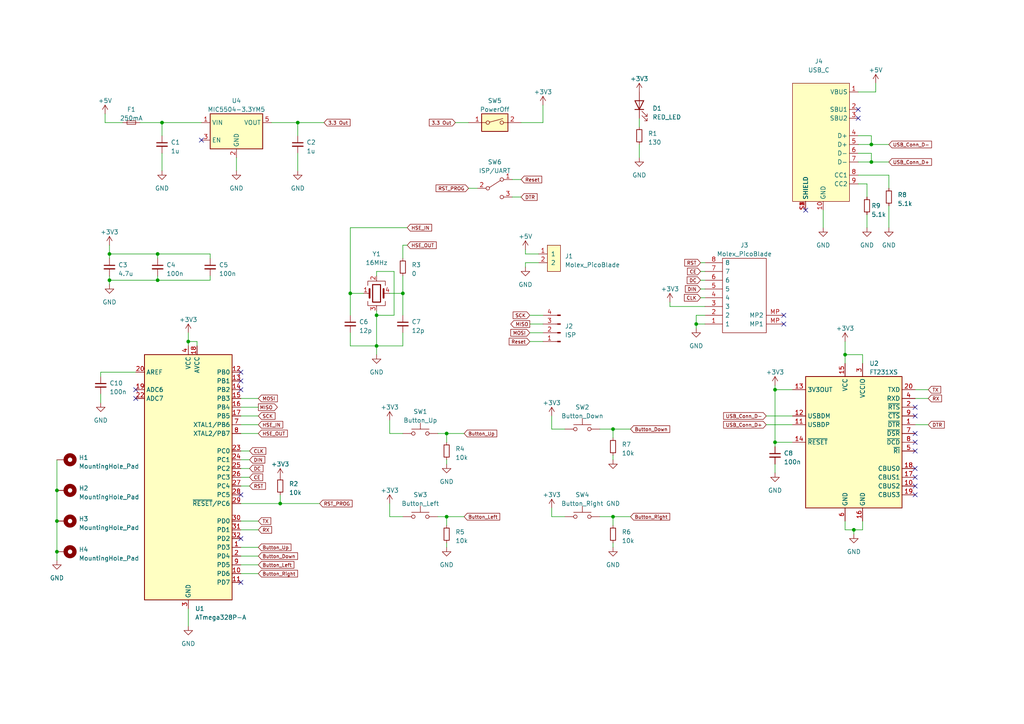
<source format=kicad_sch>
(kicad_sch (version 20230121) (generator eeschema)
  (paper "A4")
  (lib_symbols
    (symbol "Connector:Conn_01x04_Pin" (pin_names (offset 1.016) hide)
      (property "Reference" "J" (at 0 5.08 0))
      (property "Value" "Conn_01x04_Pin" (at 0 -7.62 0))
      (symbol "Conn_01x04_Pin_1_1"
        (polyline (pts (xy 1.27 -5.08) (xy 0.8636 -5.08)) (stroke (width 0.1524)))
        (polyline (pts (xy 1.27 -2.54) (xy 0.8636 -2.54)) (stroke (width 0.1524)))
        (polyline (pts (xy 1.27 0) (xy 0.8636 0)) (stroke (width 0.1524)))
        (polyline (pts (xy 1.27 2.54) (xy 0.8636 2.54)) (stroke (width 0.1524)))
        (rectangle (start 0.8636 -4.953) (end 0 -5.207) (stroke (width 0.1524)) (fill (type outline)))
        (rectangle (start 0.8636 -2.413) (end 0 -2.667) (stroke (width 0.1524)) (fill (type outline)))
        (rectangle (start 0.8636 0.127) (end 0 -0.127) (stroke (width 0.1524)) (fill (type outline)))
        (rectangle (start 0.8636 2.667) (end 0 2.413) (stroke (width 0.1524)) (fill (type outline)))
        (pin passive line (at 5.08 2.54 180) (length 3.81) (name "Pin_1") (number "1"))
        (pin passive line (at 5.08 0 180) (length 3.81) (name "Pin_2") (number "2"))
        (pin passive line (at 5.08 -2.54 180) (length 3.81) (name "Pin_3") (number "3"))
        (pin passive line (at 5.08 -5.08 180) (length 3.81) (name "Pin_4") (number "4"))
      )
    )
    (symbol "Connectors:Molex_PicoBlade_53261-0271_02x1.25mm_Angled" (pin_names (offset 1.016))
      (property "Reference" "J" (at 0 5.08 0))
      (property "Value" "Molex_PicoBlade_53261-0271_02x1.25mm_Angled" (at 1.27 -5.08 0))
      (symbol "Molex_PicoBlade_53261-0271_02x1.25mm_Angled_1_1"
        (rectangle (start -1.27 3.81) (end 2.54 -3.81) (fill (type background)))
        (pin bidirectional line (at -3.81 1.27 0) (length 2.54) (name "1") (number "1"))
        (pin bidirectional line (at -3.81 -1.27 0) (length 2.54) (name "2") (number "2"))
      )
    )
    (symbol "Connectors:Molex_PicoBlade_53261-0671_06x1.25mm_Angled" (pin_names (offset 0.762))
      (property "Reference" "J" (at 19.05 7.62 0))
      (property "Value" "Molex_PicoBlade_53261-0671_06x1.25mm_Angled" (at 19.05 5.08 0))
      (symbol "Molex_PicoBlade_53261-0671_06x1.25mm_Angled_0_0"
        (pin passive line (at 22.86 0 180) (length 5.08) (name "1") (number "1"))
        (pin passive line (at 22.86 -2.54 180) (length 5.08) (name "2") (number "2"))
        (pin passive line (at 22.86 -5.08 180) (length 5.08) (name "3") (number "3"))
        (pin passive line (at 22.86 -7.62 180) (length 5.08) (name "4") (number "4"))
        (pin passive line (at 22.86 -10.16 180) (length 5.08) (name "5") (number "5"))
        (pin passive line (at 22.86 -12.7 180) (length 5.08) (name "6") (number "6"))
        (pin passive line (at 0 0 0) (length 5.08) (name "MP1") (number "MP"))
        (pin passive line (at 0 -2.54 0) (length 5.08) (name "MP2") (number "MP"))
      )
      (symbol "Molex_PicoBlade_53261-0671_06x1.25mm_Angled_1_0"
        (pin passive line (at 22.86 -15.24 180) (length 5.08) (name "7") (number "7"))
        (pin passive line (at 22.86 -17.78 180) (length 5.08) (name "8") (number "8"))
      )
      (symbol "Molex_PicoBlade_53261-0671_06x1.25mm_Angled_1_1"
        (polyline (pts (xy 5.08 2.54) (xy 17.78 2.54) (xy 17.78 -19.05) (xy 5.08 -19.05) (xy 5.08 2.54)) (stroke (width 0.1524)))
      )
    )
    (symbol "Device:C_Small" (pin_numbers hide) (pin_names (offset 0.254) hide)
      (property "Reference" "C" (at 0.254 1.778 0))
      (property "Value" "C_Small" (at 0.254 -2.032 0))
      (symbol "C_Small_0_1"
        (polyline (pts (xy -1.524 -0.508) (xy 1.524 -0.508)) (stroke (width 0.3302)))
        (polyline (pts (xy -1.524 0.508) (xy 1.524 0.508)) (stroke (width 0.3048)))
      )
      (symbol "C_Small_1_1"
        (pin passive line (at 0 2.54 270) (length 2.032) (name "~") (number "1"))
        (pin passive line (at 0 -2.54 90) (length 2.032) (name "~") (number "2"))
      )
    )
    (symbol "Device:Crystal_GND23" (pin_names (offset 1.016) hide)
      (property "Reference" "Y" (at 3.175 5.08 0))
      (property "Value" "Crystal_GND23" (at 3.175 3.175 0))
      (symbol "Crystal_GND23_0_1"
        (rectangle (start -1.143 2.54) (end 1.143 -2.54) (stroke (width 0.3048)))
        (polyline (pts (xy -2.54 0) (xy -2.032 0)))
        (polyline (pts (xy -2.032 -1.27) (xy -2.032 1.27)) (stroke (width 0.508)))
        (polyline (pts (xy 0 -3.81) (xy 0 -3.556)))
        (polyline (pts (xy 0 3.556) (xy 0 3.81)))
        (polyline (pts (xy 2.032 -1.27) (xy 2.032 1.27)) (stroke (width 0.508)))
        (polyline (pts (xy 2.032 0) (xy 2.54 0)))
        (polyline (pts (xy -2.54 -2.286) (xy -2.54 -3.556) (xy 2.54 -3.556) (xy 2.54 -2.286)))
        (polyline (pts (xy -2.54 2.286) (xy -2.54 3.556) (xy 2.54 3.556) (xy 2.54 2.286)))
      )
      (symbol "Crystal_GND23_1_1"
        (pin passive line (at -3.81 0 0) (length 1.27) (name "1") (number "1"))
        (pin passive line (at 0 5.08 270) (length 1.27) (name "2") (number "2"))
        (pin passive line (at 0 -5.08 90) (length 1.27) (name "3") (number "3"))
        (pin passive line (at 3.81 0 180) (length 1.27) (name "4") (number "4"))
      )
    )
    (symbol "Device:Fuse_Small" (pin_numbers hide) (pin_names (offset 0.254) hide)
      (property "Reference" "F" (at 0 -1.524 0))
      (property "Value" "Fuse_Small" (at 0 1.524 0))
      (symbol "Fuse_Small_0_1"
        (rectangle (start -1.27 0.508) (end 1.27 -0.508))
        (polyline (pts (xy -1.27 0) (xy 1.27 0)))
      )
      (symbol "Fuse_Small_1_1"
        (pin passive line (at -2.54 0 0) (length 1.27) (name "~") (number "1"))
        (pin passive line (at 2.54 0 180) (length 1.27) (name "~") (number "2"))
      )
    )
    (symbol "Device:LED" (pin_numbers hide) (pin_names (offset 1.016) hide)
      (property "Reference" "D" (at 0 2.54 0))
      (property "Value" "LED" (at 0 -2.54 0))
      (symbol "LED_0_1"
        (polyline (pts (xy -1.27 -1.27) (xy -1.27 1.27)) (stroke (width 0.254)))
        (polyline (pts (xy -1.27 0) (xy 1.27 0)))
        (polyline (pts (xy 1.27 -1.27) (xy 1.27 1.27) (xy -1.27 0) (xy 1.27 -1.27)) (stroke (width 0.254)))
        (polyline (pts (xy -3.048 -0.762) (xy -4.572 -2.286) (xy -3.81 -2.286) (xy -4.572 -2.286) (xy -4.572 -1.524)))
        (polyline (pts (xy -1.778 -0.762) (xy -3.302 -2.286) (xy -2.54 -2.286) (xy -3.302 -2.286) (xy -3.302 -1.524)))
      )
      (symbol "LED_1_1"
        (pin passive line (at -3.81 0 0) (length 2.54) (name "K") (number "1"))
        (pin passive line (at 3.81 0 180) (length 2.54) (name "A") (number "2"))
      )
    )
    (symbol "Device:R_Small" (pin_numbers hide) (pin_names (offset 0.254) hide)
      (property "Reference" "R" (at 0.762 0.508 0))
      (property "Value" "R_Small" (at 0.762 -1.016 0))
      (symbol "R_Small_0_1"
        (rectangle (start -0.762 1.778) (end 0.762 -1.778) (stroke (width 0.2032)))
      )
      (symbol "R_Small_1_1"
        (pin passive line (at 0 2.54 270) (length 0.762) (name "~") (number "1"))
        (pin passive line (at 0 -2.54 90) (length 0.762) (name "~") (number "2"))
      )
    )
    (symbol "ECU-new-gen-rescue:216990-0003-CactuX_Connectors"
      (property "Reference" "J" (at -10.16 12.7 0))
      (property "Value" "CactuX_Connector_216990-0003" (at 22.86 12.7 0))
      (property "Description" "Molex USB Type C Receptacle" (at 21.59 -26.67 0))
      (property "Mouser" "https://cz.mouser.com/ProductDetail/Molex/216990-0003?qs=DRkmTr78QASn0GILUGAYCA%3D%3D" (at 2.54 24.13 0))
      (symbol "216990-0003-CactuX_Connectors_1_1"
        (rectangle (start -11.43 10.16) (end 5.08 -24.13) (fill (type background)))
        (pin passive line (at -13.97 7.62 0) (length 2.54) (name "VBUS") (number "1"))
        (pin passive line (at -3.81 -26.67 90) (length 2.54) (name "GND") (number "10"))
        (pin bidirectional line (at -13.97 2.54 0) (length 2.54) (name "SBU1") (number "2"))
        (pin bidirectional line (at -13.97 0 0) (length 2.54) (name "SBU2") (number "3"))
        (pin bidirectional line (at -13.97 -5.08 0) (length 2.54) (name "D+") (number "4"))
        (pin bidirectional line (at -13.97 -7.62 0) (length 2.54) (name "D+") (number "5"))
        (pin bidirectional line (at -13.97 -10.16 0) (length 2.54) (name "D-") (number "6"))
        (pin bidirectional line (at -13.97 -12.7 0) (length 2.54) (name "D-") (number "7"))
        (pin bidirectional line (at -13.97 -16.51 0) (length 2.54) (name "CC1") (number "8"))
        (pin bidirectional line (at -13.97 -19.05 0) (length 2.54) (name "CC2") (number "9"))
        (pin passive line (at 1.27 -26.67 90) (length 2.54) (name "SHIELD") (number "S1"))
        (pin passive line (at 1.27 -26.67 90) (length 2.54) (name "SHIELD") (number "S2"))
        (pin passive line (at 1.27 -26.67 90) (length 2.54) (name "SHIELD") (number "S3"))
        (pin passive line (at 1.27 -26.67 90) (length 2.54) (name "SHIELD") (number "S4"))
      )
    )
    (symbol "Interface_USB:FT231XS"
      (property "Reference" "U" (at -13.97 20.32 0))
      (property "Value" "FT231XS" (at 7.62 20.32 0))
      (symbol "FT231XS_0_1"
        (rectangle (start -13.97 19.05) (end 13.97 -19.05) (stroke (width 0.254)) (fill (type background)))
      )
      (symbol "FT231XS_1_1"
        (pin output line (at 17.78 5.08 180) (length 3.81) (name "~{DTR}") (number "1"))
        (pin bidirectional line (at 17.78 -12.7 180) (length 3.81) (name "CBUS2") (number "10"))
        (pin bidirectional line (at -17.78 5.08 0) (length 3.81) (name "USBDP") (number "11"))
        (pin bidirectional line (at -17.78 7.62 0) (length 3.81) (name "USBDM") (number "12"))
        (pin power_out line (at -17.78 15.24 0) (length 3.81) (name "3V3OUT") (number "13"))
        (pin input line (at -17.78 0 0) (length 3.81) (name "~{RESET}") (number "14"))
        (pin power_in line (at -2.54 22.86 270) (length 3.81) (name "VCC") (number "15"))
        (pin power_in line (at 2.54 -22.86 90) (length 3.81) (name "GND") (number "16"))
        (pin bidirectional line (at 17.78 -10.16 180) (length 3.81) (name "CBUS1") (number "17"))
        (pin bidirectional line (at 17.78 -7.62 180) (length 3.81) (name "CBUS0") (number "18"))
        (pin bidirectional line (at 17.78 -15.24 180) (length 3.81) (name "CBUS3") (number "19"))
        (pin output line (at 17.78 10.16 180) (length 3.81) (name "~{RTS}") (number "2"))
        (pin output line (at 17.78 15.24 180) (length 3.81) (name "TXD") (number "20"))
        (pin power_in line (at 2.54 22.86 270) (length 3.81) (name "VCCIO") (number "3"))
        (pin input line (at 17.78 12.7 180) (length 3.81) (name "RXD") (number "4"))
        (pin input line (at 17.78 -2.54 180) (length 3.81) (name "~{RI}") (number "5"))
        (pin power_in line (at -2.54 -22.86 90) (length 3.81) (name "GND") (number "6"))
        (pin input line (at 17.78 2.54 180) (length 3.81) (name "~{DSR}") (number "7"))
        (pin input line (at 17.78 0 180) (length 3.81) (name "~{DCD}") (number "8"))
        (pin input line (at 17.78 7.62 180) (length 3.81) (name "~{CTS}") (number "9"))
      )
    )
    (symbol "MCU_Microchip_ATmega:ATmega328P-A"
      (property "Reference" "U" (at -12.7 36.83 0))
      (property "Value" "ATmega328P-A" (at 2.54 -36.83 0))
      (symbol "ATmega328P-A_0_1"
        (rectangle (start -12.7 -35.56) (end 12.7 35.56) (stroke (width 0.254)) (fill (type background)))
      )
      (symbol "ATmega328P-A_1_1"
        (pin bidirectional line (at 15.24 -20.32 180) (length 2.54) (name "PD3") (number "1"))
        (pin bidirectional line (at 15.24 -27.94 180) (length 2.54) (name "PD6") (number "10"))
        (pin bidirectional line (at 15.24 -30.48 180) (length 2.54) (name "PD7") (number "11"))
        (pin bidirectional line (at 15.24 30.48 180) (length 2.54) (name "PB0") (number "12"))
        (pin bidirectional line (at 15.24 27.94 180) (length 2.54) (name "PB1") (number "13"))
        (pin bidirectional line (at 15.24 25.4 180) (length 2.54) (name "PB2") (number "14"))
        (pin bidirectional line (at 15.24 22.86 180) (length 2.54) (name "PB3") (number "15"))
        (pin bidirectional line (at 15.24 20.32 180) (length 2.54) (name "PB4") (number "16"))
        (pin bidirectional line (at 15.24 17.78 180) (length 2.54) (name "PB5") (number "17"))
        (pin power_in line (at 2.54 38.1 270) (length 2.54) (name "AVCC") (number "18"))
        (pin input line (at -15.24 25.4 0) (length 2.54) (name "ADC6") (number "19"))
        (pin bidirectional line (at 15.24 -22.86 180) (length 2.54) (name "PD4") (number "2"))
        (pin passive line (at -15.24 30.48 0) (length 2.54) (name "AREF") (number "20"))
        (pin passive line (at 0 -38.1 90) (length 2.54) hide (name "GND") (number "21"))
        (pin input line (at -15.24 22.86 0) (length 2.54) (name "ADC7") (number "22"))
        (pin bidirectional line (at 15.24 7.62 180) (length 2.54) (name "PC0") (number "23"))
        (pin bidirectional line (at 15.24 5.08 180) (length 2.54) (name "PC1") (number "24"))
        (pin bidirectional line (at 15.24 2.54 180) (length 2.54) (name "PC2") (number "25"))
        (pin bidirectional line (at 15.24 0 180) (length 2.54) (name "PC3") (number "26"))
        (pin bidirectional line (at 15.24 -2.54 180) (length 2.54) (name "PC4") (number "27"))
        (pin bidirectional line (at 15.24 -5.08 180) (length 2.54) (name "PC5") (number "28"))
        (pin bidirectional line (at 15.24 -7.62 180) (length 2.54) (name "~{RESET}/PC6") (number "29"))
        (pin power_in line (at 0 -38.1 90) (length 2.54) (name "GND") (number "3"))
        (pin bidirectional line (at 15.24 -12.7 180) (length 2.54) (name "PD0") (number "30"))
        (pin bidirectional line (at 15.24 -15.24 180) (length 2.54) (name "PD1") (number "31"))
        (pin bidirectional line (at 15.24 -17.78 180) (length 2.54) (name "PD2") (number "32"))
        (pin power_in line (at 0 38.1 270) (length 2.54) (name "VCC") (number "4"))
        (pin passive line (at 0 -38.1 90) (length 2.54) hide (name "GND") (number "5"))
        (pin passive line (at 0 38.1 270) (length 2.54) hide (name "VCC") (number "6"))
        (pin bidirectional line (at 15.24 15.24 180) (length 2.54) (name "XTAL1/PB6") (number "7"))
        (pin bidirectional line (at 15.24 12.7 180) (length 2.54) (name "XTAL2/PB7") (number "8"))
        (pin bidirectional line (at 15.24 -25.4 180) (length 2.54) (name "PD5") (number "9"))
      )
    )
    (symbol "Mechanical:MountingHole_Pad" (pin_numbers hide) (pin_names (offset 1.016) hide)
      (property "Reference" "H" (at 0 6.35 0))
      (property "Value" "MountingHole_Pad" (at 0 4.445 0))
      (symbol "MountingHole_Pad_0_1"
        (circle (center 0 1.27) (radius 1.27) (stroke (width 1.27)))
      )
      (symbol "MountingHole_Pad_1_1"
        (pin input line (at 0 -2.54 90) (length 2.54) (name "1") (number "1"))
      )
    )
    (symbol "Regulator_Linear:MIC5504-3.3YM5"
      (property "Reference" "U" (at -7.62 8.89 0))
      (property "Value" "MIC5504-3.3YM5" (at -7.62 6.35 0))
      (symbol "MIC5504-3.3YM5_0_1"
        (rectangle (start -7.62 -5.08) (end 7.62 5.08) (stroke (width 0.254)) (fill (type background)))
      )
      (symbol "MIC5504-3.3YM5_1_1"
        (pin power_in line (at -10.16 2.54 0) (length 2.54) (name "VIN") (number "1"))
        (pin power_in line (at 0 -7.62 90) (length 2.54) (name "GND") (number "2"))
        (pin input line (at -10.16 -2.54 0) (length 2.54) (name "EN") (number "3"))
        (pin no_connect line (at 7.62 -2.54 180) (length 2.54) hide (name "NC") (number "4"))
        (pin power_out line (at 10.16 2.54 180) (length 2.54) (name "VOUT") (number "5"))
      )
    )
    (symbol "SW_Push_1" (pin_numbers hide) (pin_names (offset 1.016) hide)
      (property "Reference" "SW1" (at 0 6.35 0))
      (property "Value" "Button_Up" (at 0 3.81 0))
      (symbol "SW_Push_1_0_1"
        (circle (center -2.032 0) (radius 0.508))
        (polyline (pts (xy 0 1.27) (xy 0 3.048)))
        (polyline (pts (xy 2.54 1.27) (xy -2.54 1.27)))
        (circle (center 2.032 0) (radius 0.508))
        (pin passive line (at -5.08 0 0) (length 2.54) (name "1") (number "1"))
        (pin passive line (at 5.08 0 180) (length 2.54) (name "2") (number "2"))
      )
    )
    (symbol "Switch:SW_DIP_x01" (pin_names (offset 0) hide)
      (property "Reference" "SW" (at 0 3.81 0))
      (property "Value" "SW_DIP_x01" (at 0 -3.81 0))
      (symbol "SW_DIP_x01_0_0"
        (circle (center -2.032 0) (radius 0.508))
        (polyline (pts (xy -1.524 0.127) (xy 2.3622 1.1684)))
        (circle (center 2.032 0) (radius 0.508))
      )
      (symbol "SW_DIP_x01_0_1"
        (rectangle (start -3.81 2.54) (end 3.81 -2.54) (stroke (width 0.254)) (fill (type background)))
      )
      (symbol "SW_DIP_x01_1_1"
        (pin passive line (at -7.62 0 0) (length 5.08) (name "~") (number "1"))
        (pin passive line (at 7.62 0 180) (length 5.08) (name "~") (number "2"))
      )
    )
    (symbol "Switch:SW_Push" (pin_numbers hide) (pin_names (offset 1.016) hide)
      (property "Reference" "SW" (at 1.27 2.54 0))
      (property "Value" "SW_Push" (at 0 -1.524 0))
      (symbol "SW_Push_0_1"
        (circle (center -2.032 0) (radius 0.508))
        (polyline (pts (xy 0 1.27) (xy 0 3.048)))
        (polyline (pts (xy 2.54 1.27) (xy -2.54 1.27)))
        (circle (center 2.032 0) (radius 0.508))
        (pin passive line (at -5.08 0 0) (length 2.54) (name "1") (number "1"))
        (pin passive line (at 5.08 0 180) (length 2.54) (name "2") (number "2"))
      )
    )
    (symbol "Switch:SW_SPDT" (pin_names (offset 0) hide)
      (property "Reference" "SW" (at 0 4.318 0))
      (property "Value" "SW_SPDT" (at 0 -5.08 0))
      (symbol "SW_SPDT_0_0"
        (circle (center -2.032 0) (radius 0.508))
        (circle (center 2.032 -2.54) (radius 0.508))
      )
      (symbol "SW_SPDT_0_1"
        (polyline (pts (xy -1.524 0.254) (xy 1.651 2.286)))
        (circle (center 2.032 2.54) (radius 0.508))
      )
      (symbol "SW_SPDT_1_1"
        (pin passive line (at 5.08 2.54 180) (length 2.54) (name "A") (number "1"))
        (pin passive line (at -5.08 0 0) (length 2.54) (name "B") (number "2"))
        (pin passive line (at 5.08 -2.54 180) (length 2.54) (name "C") (number "3"))
      )
    )
    (symbol "power:+3.3V" (power) (pin_names (offset 0))
      (property "Value" "+3.3V" (at 0 3.556 0))
      (symbol "+3.3V_0_1"
        (polyline (pts (xy -0.762 1.27) (xy 0 2.54)))
        (polyline (pts (xy 0 0) (xy 0 2.54)))
        (polyline (pts (xy 0 2.54) (xy 0.762 1.27)))
      )
      (symbol "+3.3V_1_1"
        (pin power_in line (at 0 0 90) (length 0) hide (name "+3V3") (number "1"))
      )
    )
    (symbol "power:+5V" (power) (pin_names (offset 0))
      (property "Value" "+5V" (at 0 3.556 0))
      (symbol "+5V_0_1"
        (polyline (pts (xy -0.762 1.27) (xy 0 2.54)))
        (polyline (pts (xy 0 0) (xy 0 2.54)))
        (polyline (pts (xy 0 2.54) (xy 0.762 1.27)))
      )
      (symbol "+5V_1_1"
        (pin power_in line (at 0 0 90) (length 0) hide (name "+5V") (number "1"))
      )
    )
    (symbol "power:GND" (power) (pin_names (offset 0))
      (property "Value" "GND" (at 0 -3.81 0))
      (symbol "GND_0_1"
        (polyline (pts (xy 0 0) (xy 0 -1.27) (xy 1.27 -1.27) (xy 0 -2.54) (xy -1.27 -1.27) (xy 0 -1.27)))
      )
      (symbol "GND_1_1"
        (pin power_in line (at 0 0 270) (length 0) hide (name "GND") (number "1"))
      )
    )
  )
  (junction (at 177.8 149.86))
  (junction (at 31.75 73.66))
  (junction (at 224.79 128.27))
  (junction (at 86.36 35.56))
  (junction (at 252.73 46.99))
  (junction (at 224.79 113.03))
  (junction (at 16.51 142.24))
  (junction (at 31.75 81.28))
  (junction (at 129.54 125.73))
  (junction (at 16.51 151.13))
  (junction (at 101.6 85.09))
  (junction (at 177.8 124.46))
  (junction (at 109.22 100.33))
  (junction (at 54.61 99.06))
  (junction (at 45.72 81.28))
  (junction (at 46.99 35.56))
  (junction (at 201.93 93.98))
  (junction (at 109.22 91.44))
  (junction (at 247.65 153.67))
  (junction (at 16.51 160.02))
  (junction (at 252.73 41.91))
  (junction (at 116.84 85.09))
  (junction (at 245.11 102.87))
  (junction (at 81.28 146.05))
  (junction (at 129.54 149.86))
  (junction (at 45.72 73.66))
  (no_connect (at 69.85 113.03))
  (no_connect (at 69.85 107.95))
  (no_connect (at 69.85 143.51))
  (no_connect (at 265.43 143.51))
  (no_connect (at 265.43 118.11))
  (no_connect (at 265.43 140.97))
  (no_connect (at 69.85 110.49))
  (no_connect (at 227.33 91.44))
  (no_connect (at 265.43 128.27))
  (no_connect (at 265.43 135.89))
  (no_connect (at 233.68 60.96))
  (no_connect (at 265.43 138.43))
  (no_connect (at 265.43 120.65))
  (no_connect (at 265.43 130.81))
  (no_connect (at 248.92 34.29))
  (no_connect (at 227.33 93.98))
  (no_connect (at 69.85 168.91))
  (no_connect (at 39.37 113.03))
  (no_connect (at 265.43 125.73))
  (no_connect (at 69.85 156.21))
  (no_connect (at 58.42 40.64))
  (no_connect (at 39.37 115.57))
  (no_connect (at 248.92 31.75))
  (wire (pts (xy 250.19 153.67) (xy 250.19 151.13)))
  (wire (pts (xy 16.51 160.02) (xy 16.51 162.56)))
  (wire (pts (xy 127 149.86) (xy 129.54 149.86)))
  (wire (pts (xy 78.74 35.56) (xy 86.36 35.56)))
  (wire (pts (xy 69.85 125.73) (xy 74.93 125.73)))
  (wire (pts (xy 248.92 46.99) (xy 252.73 46.99)))
  (wire (pts (xy 113.03 146.05) (xy 113.03 149.86)))
  (wire (pts (xy 257.81 50.8) (xy 257.81 54.61)))
  (wire (pts (xy 129.54 125.73) (xy 134.62 125.73)))
  (wire (pts (xy 132.08 35.56) (xy 135.89 35.56)))
  (wire (pts (xy 129.54 125.73) (xy 129.54 128.27)))
  (wire (pts (xy 69.85 163.83) (xy 74.93 163.83)))
  (wire (pts (xy 203.2 76.2) (xy 204.47 76.2)))
  (wire (pts (xy 203.2 83.82) (xy 204.47 83.82)))
  (wire (pts (xy 69.85 120.65) (xy 74.93 120.65)))
  (wire (pts (xy 252.73 41.91) (xy 257.81 41.91)))
  (wire (pts (xy 173.99 124.46) (xy 177.8 124.46)))
  (wire (pts (xy 152.4 73.66) (xy 156.21 73.66)))
  (wire (pts (xy 251.46 53.34) (xy 251.46 57.15)))
  (wire (pts (xy 54.61 99.06) (xy 57.15 99.06)))
  (wire (pts (xy 109.22 91.44) (xy 109.22 90.17)))
  (wire (pts (xy 148.59 52.07) (xy 151.13 52.07)))
  (wire (pts (xy 129.54 149.86) (xy 129.54 152.4)))
  (wire (pts (xy 177.8 149.86) (xy 177.8 152.4)))
  (wire (pts (xy 177.8 149.86) (xy 182.88 149.86)))
  (wire (pts (xy 16.51 142.24) (xy 16.51 151.13)))
  (wire (pts (xy 265.43 115.57) (xy 269.24 115.57)))
  (wire (pts (xy 135.89 54.61) (xy 138.43 54.61)))
  (wire (pts (xy 31.75 82.55) (xy 31.75 81.28)))
  (wire (pts (xy 224.79 111.76) (xy 224.79 113.03)))
  (wire (pts (xy 86.36 35.56) (xy 93.98 35.56)))
  (wire (pts (xy 129.54 149.86) (xy 134.62 149.86)))
  (wire (pts (xy 29.21 109.22) (xy 29.21 107.95)))
  (wire (pts (xy 177.8 124.46) (xy 177.8 127)))
  (wire (pts (xy 31.75 80.01) (xy 31.75 81.28)))
  (wire (pts (xy 69.85 158.75) (xy 74.93 158.75)))
  (wire (pts (xy 116.84 71.12) (xy 118.11 71.12)))
  (wire (pts (xy 113.03 149.86) (xy 116.84 149.86)))
  (wire (pts (xy 46.99 44.45) (xy 46.99 49.53)))
  (wire (pts (xy 153.67 91.44) (xy 157.48 91.44)))
  (wire (pts (xy 101.6 66.04) (xy 118.11 66.04)))
  (wire (pts (xy 177.8 132.08) (xy 177.8 133.35)))
  (wire (pts (xy 54.61 96.52) (xy 54.61 99.06)))
  (wire (pts (xy 201.93 95.25) (xy 201.93 93.98)))
  (wire (pts (xy 251.46 62.23) (xy 251.46 66.04)))
  (wire (pts (xy 29.21 107.95) (xy 39.37 107.95)))
  (wire (pts (xy 224.79 134.62) (xy 224.79 137.16)))
  (wire (pts (xy 109.22 100.33) (xy 109.22 102.87)))
  (wire (pts (xy 224.79 128.27) (xy 224.79 129.54)))
  (wire (pts (xy 247.65 153.67) (xy 247.65 154.94)))
  (wire (pts (xy 177.8 124.46) (xy 182.88 124.46)))
  (wire (pts (xy 185.42 41.91) (xy 185.42 45.72)))
  (wire (pts (xy 194.31 88.9) (xy 204.47 88.9)))
  (wire (pts (xy 69.85 118.11) (xy 74.93 118.11)))
  (wire (pts (xy 81.28 146.05) (xy 92.71 146.05)))
  (wire (pts (xy 245.11 99.06) (xy 245.11 102.87)))
  (wire (pts (xy 114.3 91.44) (xy 109.22 91.44)))
  (wire (pts (xy 194.31 87.63) (xy 194.31 88.9)))
  (wire (pts (xy 109.22 78.74) (xy 114.3 78.74)))
  (wire (pts (xy 238.76 60.96) (xy 238.76 66.04)))
  (wire (pts (xy 160.02 120.65) (xy 160.02 124.46)))
  (wire (pts (xy 109.22 80.01) (xy 109.22 78.74)))
  (wire (pts (xy 153.67 96.52) (xy 157.48 96.52)))
  (wire (pts (xy 29.21 114.3) (xy 29.21 116.84)))
  (wire (pts (xy 252.73 46.99) (xy 257.81 46.99)))
  (wire (pts (xy 116.84 96.52) (xy 116.84 100.33)))
  (wire (pts (xy 68.58 45.72) (xy 68.58 49.53)))
  (wire (pts (xy 69.85 151.13) (xy 74.93 151.13)))
  (wire (pts (xy 245.11 151.13) (xy 245.11 153.67)))
  (wire (pts (xy 114.3 78.74) (xy 114.3 91.44)))
  (wire (pts (xy 45.72 74.93) (xy 45.72 73.66)))
  (wire (pts (xy 148.59 57.15) (xy 151.13 57.15)))
  (wire (pts (xy 69.85 166.37) (xy 74.93 166.37)))
  (wire (pts (xy 45.72 81.28) (xy 60.96 81.28)))
  (wire (pts (xy 203.2 78.74) (xy 204.47 78.74)))
  (wire (pts (xy 177.8 157.48) (xy 177.8 158.75)))
  (wire (pts (xy 248.92 50.8) (xy 257.81 50.8)))
  (wire (pts (xy 153.67 99.06) (xy 157.48 99.06)))
  (wire (pts (xy 69.85 146.05) (xy 81.28 146.05)))
  (wire (pts (xy 45.72 73.66) (xy 60.96 73.66)))
  (wire (pts (xy 245.11 153.67) (xy 247.65 153.67)))
  (wire (pts (xy 222.25 123.19) (xy 229.87 123.19)))
  (wire (pts (xy 81.28 143.51) (xy 81.28 146.05)))
  (wire (pts (xy 69.85 123.19) (xy 74.93 123.19)))
  (wire (pts (xy 60.96 73.66) (xy 60.96 74.93)))
  (wire (pts (xy 160.02 147.32) (xy 160.02 149.86)))
  (wire (pts (xy 224.79 128.27) (xy 229.87 128.27)))
  (wire (pts (xy 203.2 86.36) (xy 204.47 86.36)))
  (wire (pts (xy 152.4 76.2) (xy 152.4 77.47)))
  (wire (pts (xy 116.84 74.93) (xy 116.84 71.12)))
  (wire (pts (xy 173.99 149.86) (xy 177.8 149.86)))
  (wire (pts (xy 151.13 35.56) (xy 157.48 35.56)))
  (wire (pts (xy 113.03 121.92) (xy 113.03 125.73)))
  (wire (pts (xy 203.2 81.28) (xy 204.47 81.28)))
  (wire (pts (xy 113.03 85.09) (xy 116.84 85.09)))
  (wire (pts (xy 69.85 140.97) (xy 72.39 140.97)))
  (wire (pts (xy 60.96 81.28) (xy 60.96 80.01)))
  (wire (pts (xy 69.85 135.89) (xy 72.39 135.89)))
  (wire (pts (xy 252.73 44.45) (xy 252.73 46.99)))
  (wire (pts (xy 245.11 102.87) (xy 245.11 105.41)))
  (wire (pts (xy 156.21 76.2) (xy 152.4 76.2)))
  (wire (pts (xy 101.6 91.44) (xy 101.6 85.09)))
  (wire (pts (xy 248.92 53.34) (xy 251.46 53.34)))
  (wire (pts (xy 45.72 81.28) (xy 45.72 80.01)))
  (wire (pts (xy 69.85 115.57) (xy 74.93 115.57)))
  (wire (pts (xy 129.54 157.48) (xy 129.54 158.75)))
  (wire (pts (xy 201.93 93.98) (xy 204.47 93.98)))
  (wire (pts (xy 113.03 125.73) (xy 116.84 125.73)))
  (wire (pts (xy 254 24.13) (xy 254 26.67)))
  (wire (pts (xy 46.99 35.56) (xy 58.42 35.56)))
  (wire (pts (xy 109.22 100.33) (xy 101.6 100.33)))
  (wire (pts (xy 46.99 35.56) (xy 46.99 39.37)))
  (wire (pts (xy 30.48 33.02) (xy 30.48 35.56)))
  (wire (pts (xy 247.65 153.67) (xy 250.19 153.67)))
  (wire (pts (xy 185.42 34.29) (xy 185.42 36.83)))
  (wire (pts (xy 57.15 99.06) (xy 57.15 100.33)))
  (wire (pts (xy 86.36 44.45) (xy 86.36 49.53)))
  (wire (pts (xy 109.22 91.44) (xy 109.22 100.33)))
  (wire (pts (xy 69.85 133.35) (xy 72.39 133.35)))
  (wire (pts (xy 252.73 39.37) (xy 252.73 41.91)))
  (wire (pts (xy 116.84 85.09) (xy 116.84 91.44)))
  (wire (pts (xy 69.85 153.67) (xy 74.93 153.67)))
  (wire (pts (xy 222.25 120.65) (xy 229.87 120.65)))
  (wire (pts (xy 224.79 113.03) (xy 224.79 128.27)))
  (wire (pts (xy 54.61 176.53) (xy 54.61 181.61)))
  (wire (pts (xy 265.43 123.19) (xy 269.24 123.19)))
  (wire (pts (xy 160.02 149.86) (xy 163.83 149.86)))
  (wire (pts (xy 16.51 151.13) (xy 16.51 160.02)))
  (wire (pts (xy 201.93 91.44) (xy 201.93 93.98)))
  (wire (pts (xy 248.92 41.91) (xy 252.73 41.91)))
  (wire (pts (xy 69.85 161.29) (xy 74.93 161.29)))
  (wire (pts (xy 31.75 81.28) (xy 45.72 81.28)))
  (wire (pts (xy 30.48 35.56) (xy 35.56 35.56)))
  (wire (pts (xy 160.02 124.46) (xy 163.83 124.46)))
  (wire (pts (xy 16.51 133.35) (xy 16.51 142.24)))
  (wire (pts (xy 101.6 85.09) (xy 105.41 85.09)))
  (wire (pts (xy 248.92 26.67) (xy 254 26.67)))
  (wire (pts (xy 265.43 113.03) (xy 269.24 113.03)))
  (wire (pts (xy 69.85 130.81) (xy 72.39 130.81)))
  (wire (pts (xy 157.48 30.48) (xy 157.48 35.56)))
  (wire (pts (xy 204.47 91.44) (xy 201.93 91.44)))
  (wire (pts (xy 116.84 80.01) (xy 116.84 85.09)))
  (wire (pts (xy 54.61 99.06) (xy 54.61 100.33)))
  (wire (pts (xy 31.75 73.66) (xy 45.72 73.66)))
  (wire (pts (xy 250.19 102.87) (xy 250.19 105.41)))
  (wire (pts (xy 31.75 74.93) (xy 31.75 73.66)))
  (wire (pts (xy 248.92 44.45) (xy 252.73 44.45)))
  (wire (pts (xy 129.54 133.35) (xy 129.54 134.62)))
  (wire (pts (xy 86.36 35.56) (xy 86.36 39.37)))
  (wire (pts (xy 152.4 72.39) (xy 152.4 73.66)))
  (wire (pts (xy 257.81 59.69) (xy 257.81 66.04)))
  (wire (pts (xy 31.75 71.12) (xy 31.75 73.66)))
  (wire (pts (xy 153.67 93.98) (xy 157.48 93.98)))
  (wire (pts (xy 127 125.73) (xy 129.54 125.73)))
  (wire (pts (xy 101.6 85.09) (xy 101.6 66.04)))
  (wire (pts (xy 101.6 100.33) (xy 101.6 96.52)))
  (wire (pts (xy 116.84 100.33) (xy 109.22 100.33)))
  (wire (pts (xy 248.92 39.37) (xy 252.73 39.37)))
  (wire (pts (xy 224.79 113.03) (xy 229.87 113.03)))
  (wire (pts (xy 245.11 102.87) (xy 250.19 102.87)))
  (wire (pts (xy 40.64 35.56) (xy 46.99 35.56)))
  (wire (pts (xy 69.85 138.43) (xy 72.39 138.43)))
  (global_label "USB_Conn_D-" (shape input) (at 257.81 41.91 0) (effects (font (size 1 1))) (property "Intersheetrefs" "${INTERSHEET_REFS}" (effects hide)))
  (global_label "MISO" (shape output) (at 153.67 93.98 180) (effects (font (size 1 1))) (property "Intersheetrefs" "${INTERSHEET_REFS}" (effects hide)))
  (global_label "HSE_OUT" (shape input) (at 118.11 71.12 0) (effects (font (size 1 1))) (property "Intersheetrefs" "${INTERSHEET_REFS}" (effects hide)))
  (global_label "DC" (shape input) (at 203.2 81.28 180) (effects (font (size 1 1))) (property "Intersheetrefs" "${INTERSHEET_REFS}" (effects hide)))
  (global_label "Button_Down" (shape input) (at 74.93 161.29 0) (effects (font (size 1 1))) (property "Intersheetrefs" "${INTERSHEET_REFS}" (effects hide)))
  (global_label "RX" (shape input) (at 74.93 153.67 0) (effects (font (size 1 1))) (property "Intersheetrefs" "${INTERSHEET_REFS}" (effects hide)))
  (global_label "DTR" (shape input) (at 151.13 57.15 0) (effects (font (size 1 1))) (property "Intersheetrefs" "${INTERSHEET_REFS}" (effects hide)))
  (global_label "DIN" (shape input) (at 203.2 83.82 180) (effects (font (size 1 1))) (property "Intersheetrefs" "${INTERSHEET_REFS}" (effects hide)))
  (global_label "MOSI" (shape input) (at 74.93 115.57 0) (effects (font (size 1 1))) (property "Intersheetrefs" "${INTERSHEET_REFS}" (effects hide)))
  (global_label "DC" (shape input) (at 72.39 135.89 0) (effects (font (size 1 1))) (property "Intersheetrefs" "${INTERSHEET_REFS}" (effects hide)))
  (global_label "USB_Conn_D-" (shape input) (at 222.25 120.65 180) (effects (font (size 1 1))) (property "Intersheetrefs" "${INTERSHEET_REFS}" (effects hide)))
  (global_label "CE" (shape input) (at 203.2 78.74 180) (effects (font (size 1 1))) (property "Intersheetrefs" "${INTERSHEET_REFS}" (effects hide)))
  (global_label "HSE_IN" (shape input) (at 118.11 66.04 0) (effects (font (size 1 1))) (property "Intersheetrefs" "${INTERSHEET_REFS}" (effects hide)))
  (global_label "DTR" (shape input) (at 269.24 123.19 0) (effects (font (size 1 1))) (property "Intersheetrefs" "${INTERSHEET_REFS}" (effects hide)))
  (global_label "3.3 Out" (shape input) (at 93.98 35.56 0) (effects (font (size 1 1))) (property "Intersheetrefs" "${INTERSHEET_REFS}" (effects hide)))
  (global_label "MOSI" (shape input) (at 153.67 96.52 180) (effects (font (size 1 1))) (property "Intersheetrefs" "${INTERSHEET_REFS}" (effects hide)))
  (global_label "Button_Left" (shape input) (at 74.93 163.83 0) (effects (font (size 1 1))) (property "Intersheetrefs" "${INTERSHEET_REFS}" (effects hide)))
  (global_label "Button_Down" (shape input) (at 182.88 124.46 0) (effects (font (size 1 1))) (property "Intersheetrefs" "${INTERSHEET_REFS}" (effects hide)))
  (global_label "Button_Left" (shape input) (at 134.62 149.86 0) (effects (font (size 1 1))) (property "Intersheetrefs" "${INTERSHEET_REFS}" (effects hide)))
  (global_label "RST" (shape input) (at 72.39 140.97 0) (effects (font (size 1 1))) (property "Intersheetrefs" "${INTERSHEET_REFS}" (effects hide)))
  (global_label "CE" (shape input) (at 72.39 138.43 0) (effects (font (size 1 1))) (property "Intersheetrefs" "${INTERSHEET_REFS}" (effects hide)))
  (global_label "RST" (shape input) (at 203.2 76.2 180) (effects (font (size 1 1))) (property "Intersheetrefs" "${INTERSHEET_REFS}" (effects hide)))
  (global_label "Reset" (shape input) (at 153.67 99.06 180) (effects (font (size 1 1))) (property "Intersheetrefs" "${INTERSHEET_REFS}" (effects hide)))
  (global_label "Button_Right" (shape input) (at 182.88 149.86 0) (effects (font (size 1 1))) (property "Intersheetrefs" "${INTERSHEET_REFS}" (effects hide)))
  (global_label "3.3 Out" (shape input) (at 132.08 35.56 180) (effects (font (size 1 1))) (property "Intersheetrefs" "${INTERSHEET_REFS}" (effects hide)))
  (global_label "SCK" (shape input) (at 74.93 120.65 0) (effects (font (size 1 1))) (property "Intersheetrefs" "${INTERSHEET_REFS}" (effects hide)))
  (global_label "USB_Conn_D+" (shape input) (at 222.25 123.19 180) (effects (font (size 1 1))) (property "Intersheetrefs" "${INTERSHEET_REFS}" (effects hide)))
  (global_label "RX" (shape input) (at 269.24 115.57 0) (effects (font (size 1 1))) (property "Intersheetrefs" "${INTERSHEET_REFS}" (effects hide)))
  (global_label "TX" (shape input) (at 269.24 113.03 0) (effects (font (size 1 1))) (property "Intersheetrefs" "${INTERSHEET_REFS}" (effects hide)))
  (global_label "Button_Up" (shape input) (at 134.62 125.73 0) (effects (font (size 1 1))) (property "Intersheetrefs" "${INTERSHEET_REFS}" (effects hide)))
  (global_label "CLK" (shape input) (at 203.2 86.36 180) (effects (font (size 1 1))) (property "Intersheetrefs" "${INTERSHEET_REFS}" (effects hide)))
  (global_label "HSE_IN" (shape input) (at 74.93 123.19 0) (effects (font (size 1 1))) (property "Intersheetrefs" "${INTERSHEET_REFS}" (effects hide)))
  (global_label "USB_Conn_D+" (shape input) (at 257.81 46.99 0) (effects (font (size 1 1))) (property "Intersheetrefs" "${INTERSHEET_REFS}" (effects hide)))
  (global_label "Reset" (shape input) (at 151.13 52.07 0) (effects (font (size 1 1))) (property "Intersheetrefs" "${INTERSHEET_REFS}" (effects hide)))
  (global_label "DIN" (shape input) (at 72.39 133.35 0) (effects (font (size 1 1))) (property "Intersheetrefs" "${INTERSHEET_REFS}" (effects hide)))
  (global_label "RST_PROG" (shape input) (at 92.71 146.05 0) (effects (font (size 1 1))) (property "Intersheetrefs" "${INTERSHEET_REFS}" (effects hide)))
  (global_label "HSE_OUT" (shape input) (at 74.93 125.73 0) (effects (font (size 1 1))) (property "Intersheetrefs" "${INTERSHEET_REFS}" (effects hide)))
  (global_label "Button_Up" (shape input) (at 74.93 158.75 0) (effects (font (size 1 1))) (property "Intersheetrefs" "${INTERSHEET_REFS}" (effects hide)))
  (global_label "SCK" (shape input) (at 153.67 91.44 180) (effects (font (size 1 1))) (property "Intersheetrefs" "${INTERSHEET_REFS}" (effects hide)))
  (global_label "TX" (shape input) (at 74.93 151.13 0) (effects (font (size 1 1))) (property "Intersheetrefs" "${INTERSHEET_REFS}" (effects hide)))
  (global_label "MISO" (shape output) (at 74.93 118.11 0) (effects (font (size 1 1))) (property "Intersheetrefs" "${INTERSHEET_REFS}" (effects hide)))
  (global_label "RST_PROG" (shape input) (at 135.89 54.61 180) (effects (font (size 1 1))) (property "Intersheetrefs" "${INTERSHEET_REFS}" (effects hide)))
  (global_label "Button_Right" (shape input) (at 74.93 166.37 0) (effects (font (size 1 1))) (property "Intersheetrefs" "${INTERSHEET_REFS}" (effects hide)))
  (global_label "CLK" (shape input) (at 72.39 130.81 0) (effects (font (size 1 1))) (property "Intersheetrefs" "${INTERSHEET_REFS}" (effects hide)))
  (symbol (lib_id "power:GND") (at 54.61 181.61 0) (unit 1)
    (property "Reference" "#PWR011" (effects hide))
    (property "Value" "GND" (at 54.61 186.69 0))
  )
  (symbol (lib_id "Regulator_Linear:MIC5504-3.3YM5") (at 68.58 38.1 0) (unit 1)
    (property "Reference" "U4" (at 68.58 29.21 0))
    (property "Value" "MIC5504-3.3YM5" (at 68.58 31.75 0))
    (property "Footprint" "Package_TO_SOT_SMD:SOT-23-5" (effects hide))
    (property "Datasheet" "http://ww1.microchip.com/downloads/en/DeviceDoc/MIC550X.pdf" (effects hide))
    (property "Mouser" "https://cz.mouser.com/ProductDetail/Microchip-Technology/MIC5504-3.3YM5-TR?qs=U6T8BxXiZAUmVQ5Zs217qQ%3D%3D" (effects hide))
  )
  (symbol (lib_id "power:GND") (at 257.81 66.04 0) (unit 1)
    (property "Reference" "#PWR032" (effects hide))
    (property "Value" "GND" (at 257.81 71.12 0))
  )
  (symbol (lib_id "Switch:SW_Push") (at 121.92 149.86 0) (unit 1)
    (property "Reference" "SW3" (at 121.92 143.51 0))
    (property "Value" "Button_Left" (at 121.92 146.05 0))
    (property "Footprint" "Connectors:Tactile_switch" (effects hide))
    (property "Mouser" "https://cz.mouser.com/ProductDetail/Panasonic/EVP-BV4C1L000?qs=MyNHzdoqoQKwTvV8HYjCOw%3D%3D" (effects hide))
  )
  (symbol (lib_id "power:+3.3V") (at 113.03 121.92 0) (unit 1)
    (property "Reference" "#PWR017" (effects hide))
    (property "Value" "+3.3V" (at 113.03 118.11 0))
  )
  (symbol (lib_id "Device:C_Small") (at 101.6 93.98 0) (unit 1)
    (property "Reference" "C6" (at 104.14 93.3513 0) (effects (justify left)))
    (property "Value" "12p" (at 104.14 95.8913 0) (effects (justify left)))
    (property "Footprint" "Passives:C_0603_1608Metric" (effects hide))
    (property "Mouser" "https://cz.mouser.com/ProductDetail/KEMET/CBR06C120J5GACAUTO?qs=By6Nw2ByBD3%2FGDhEyd0ibQ%3D%3D" (effects hide))
  )
  (symbol (lib_id "Device:C_Small") (at 224.79 132.08 0) (unit 1)
    (property "Reference" "C8" (at 227.33 131.4513 0) (effects (justify left)))
    (property "Value" "100n" (at 227.33 133.9913 0) (effects (justify left)))
    (property "Footprint" "Passives:C_0603_1608Metric" (effects hide))
    (property "Mouser" "https://cz.mouser.com/ProductDetail/KEMET/C0603C104K5RAC3121?qs=oBCMsStVSxe1EkGyoyETtg%3D%3D" (effects hide))
  )
  (symbol (lib_id "Device:C_Small") (at 31.75 77.47 0) (unit 1)
    (property "Reference" "C3" (at 34.29 76.8413 0) (effects (justify left)))
    (property "Value" "4.7u" (at 34.29 79.3813 0) (effects (justify left)))
    (property "Footprint" "Passives:C_0603_1608Metric" (effects hide))
    (property "Mouser" "https://cz.mouser.com/ProductDetail/TDK/C1608X7S1A475K080AC?qs=sGAEpiMZZMsh%252B1woXyUXjxCfljjoHuZvXVuOIZN6H%252B0%3D" (effects hide))
  )
  (symbol (lib_id "power:+5V") (at 30.48 33.02 0) (unit 1)
    (property "Reference" "#PWR01" (effects hide))
    (property "Value" "+5V" (at 30.48 29.21 0))
  )
  (symbol (lib_id "power:+3.3V") (at 245.11 99.06 0) (unit 1)
    (property "Reference" "#PWR027" (effects hide))
    (property "Value" "+3.3V" (at 245.11 95.25 0))
  )
  (symbol (lib_id "power:GND") (at 46.99 49.53 0) (unit 1)
    (property "Reference" "#PWR03" (effects hide))
    (property "Value" "GND" (at 46.99 54.61 0))
  )
  (symbol (lib_id "Device:R_Small") (at 177.8 129.54 0) (unit 1)
    (property "Reference" "R7" (at 180.34 128.905 0) (effects (justify left)))
    (property "Value" "10k" (at 180.34 131.445 0) (effects (justify left)))
    (property "Footprint" "Passives:R_0603_1608Metric" (effects hide))
    (property "Mouser" "https://cz.mouser.com/ProductDetail/Panasonic/ERJ-H3EF1202V?qs=sGAEpiMZZMtlubZbdhIBIGXWvNSLmQjewG78hCCsRtw%3D" (effects hide))
  )
  (symbol (lib_id "Device:R_Small") (at 251.46 59.69 0) (unit 1)
    (property "Reference" "R9" (at 252.73 59.69 0) (effects (justify left)))
    (property "Value" "5.1k" (at 252.73 62.23 0) (effects (justify left)))
    (property "Footprint" "Passives:R_0603_1608Metric" (effects hide))
    (property "Mouser" "https://cz.mouser.com/ProductDetail/Panasonic/ERJ-UP3J512V?qs=sGAEpiMZZMtlubZbdhIBINZyO39%252BOXIfV3FRTeBOQ5s%3D" (effects hide))
  )
  (symbol (lib_id "power:+3.3V") (at 185.42 26.67 0) (unit 1)
    (property "Reference" "#PWR06" (effects hide))
    (property "Value" "+3.3V" (at 185.42 22.86 0))
  )
  (symbol (lib_id "Device:R_Small") (at 129.54 154.94 0) (unit 1)
    (property "Reference" "R5" (at 132.08 154.305 0) (effects (justify left)))
    (property "Value" "10k" (at 132.08 156.845 0) (effects (justify left)))
    (property "Footprint" "Passives:R_0603_1608Metric" (effects hide))
    (property "Mouser" "https://cz.mouser.com/ProductDetail/Panasonic/ERJ-H3EF1202V?qs=sGAEpiMZZMtlubZbdhIBIGXWvNSLmQjewG78hCCsRtw%3D" (effects hide))
  )
  (symbol (lib_id "Device:C_Small") (at 60.96 77.47 0) (unit 1)
    (property "Reference" "C5" (at 63.5 76.8413 0) (effects (justify left)))
    (property "Value" "100n" (at 63.5 79.3813 0) (effects (justify left)))
    (property "Footprint" "Passives:C_0603_1608Metric" (effects hide))
    (property "Mouser" "https://cz.mouser.com/ProductDetail/KEMET/C0603C104K5RAC3121?qs=oBCMsStVSxe1EkGyoyETtg%3D%3D" (effects hide))
  )
  (symbol (lib_id "power:GND") (at 16.51 162.56 0) (unit 1)
    (property "Reference" "#PWR030" (effects hide))
    (property "Value" "GND" (at 16.51 167.64 0))
  )
  (symbol (lib_id "Device:C_Small") (at 86.36 41.91 0) (unit 1)
    (property "Reference" "C2" (at 88.9 41.2813 0) (effects (justify left)))
    (property "Value" "1u" (at 88.9 43.8213 0) (effects (justify left)))
    (property "Footprint" "Passives:C_0603_1608Metric" (effects hide))
    (property "Mouser" "https://cz.mouser.com/ProductDetail/TDK/CGA3E1X7R1C105K080AC?qs=sGAEpiMZZMsh%252B1woXyUXj37KuThiJmV59T1luU59XfI%3D" (effects hide))
  )
  (symbol (lib_id "power:GND") (at 185.42 45.72 0) (unit 1)
    (property "Reference" "#PWR07" (effects hide))
    (property "Value" "GND" (at 185.42 50.8 0))
  )
  (symbol (lib_id "Device:R_Small") (at 185.42 39.37 0) (unit 1)
    (property "Reference" "R1" (at 187.96 38.735 0) (effects (justify left)))
    (property "Value" "130" (at 187.96 41.275 0) (effects (justify left)))
    (property "Footprint" "Passives:R_0603_1608Metric" (effects hide))
    (property "Mouser" "https://cz.mouser.com/ProductDetail/ROHM-Semiconductor/SDR03EZPD1300?qs=sGAEpiMZZMtlubZbdhIBIK8AeiPKd8jIjLaAH6lMPh4%3D" (effects hide))
  )
  (symbol (lib_id "Device:C_Small") (at 116.84 93.98 0) (unit 1)
    (property "Reference" "C7" (at 119.38 93.3513 0) (effects (justify left)))
    (property "Value" "12p" (at 119.38 95.8913 0) (effects (justify left)))
    (property "Footprint" "Passives:C_0603_1608Metric" (effects hide))
    (property "Mouser" "https://cz.mouser.com/ProductDetail/KEMET/CBR06C120J5GACAUTO?qs=By6Nw2ByBD3%2FGDhEyd0ibQ%3D%3D" (effects hide))
  )
  (symbol (lib_id "power:+3.3V") (at 160.02 147.32 0) (unit 1)
    (property "Reference" "#PWR020" (effects hide))
    (property "Value" "+3.3V" (at 160.02 143.51 0))
  )
  (symbol (lib_id "Device:R_Small") (at 81.28 140.97 0) (unit 1)
    (property "Reference" "R2" (at 83.82 140.335 0) (effects (justify left)))
    (property "Value" "10k" (at 83.82 142.875 0) (effects (justify left)))
    (property "Footprint" "Passives:R_0603_1608Metric" (effects hide))
    (property "Mouser" "https://cz.mouser.com/ProductDetail/Panasonic/ERJ-H3EF1202V?qs=sGAEpiMZZMtlubZbdhIBIGXWvNSLmQjewG78hCCsRtw%3D" (effects hide))
  )
  (symbol (lib_id "power:GND") (at 129.54 134.62 0) (unit 1)
    (property "Reference" "#PWR021" (effects hide))
    (property "Value" "GND" (at 129.54 139.7 0))
  )
  (symbol (lib_id "Device:R_Small") (at 116.84 77.47 0) (unit 1)
    (property "Reference" "R3" (at 119.38 76.835 0) (effects (justify left)))
    (property "Value" "0" (at 119.38 79.375 0) (effects (justify left)))
    (property "Footprint" "Passives:R_0603_1608Metric" (effects hide))
    (property "Mouser" "https://cz.mouser.com/ProductDetail/Panasonic/ERJ-3GEY0R00V?qs=sGAEpiMZZMtlubZbdhIBINgtzHusu9q%252BP7kcANZAd7E%3D" (effects hide))
  )
  (symbol (lib_id "Mechanical:MountingHole_Pad") (at 19.05 142.24 270) (unit 1)
    (property "Reference" "H2" (at 22.8818 141.605 90) (effects (justify left)))
    (property "Value" "MountingHole_Pad" (at 22.8818 144.145 90) (effects (justify left)))
    (property "Footprint" "MountingHole:MountingHole_3.2mm_M3_Pad" (effects hide))
  )
  (symbol (lib_id "Connectors:Molex_PicoBlade_53261-0671_06x1.25mm_Angled") (at 227.33 93.98 180) (unit 1)
    (property "Reference" "J3" (at 215.9 71.12 0))
    (property "Value" "Molex_PicoBlade" (at 215.9 73.66 0))
    (property "Footprint" "Connectors:Molex_PicoBlade_53261-0871_1x08-1MP_P1.25mm_Horizontal" (effects hide))
    (property "Datasheet" "https://www.molex.com/pdm_docs/sd/532610671_sd.pdf" (effects hide))
    (property "Description" "Picoblade 6-pin SMD connector" (effects hide))
    (property "Manufacturer_Part_Number" "53261-0671" (effects hide))
    (property "Mouser" "https://www.mouser.co.uk/ProductDetail/Molex/53261-0671?qs=%252B72YyncTwW9Wyr77z4J2cA%3D%3D" (effects hide))
  )
  (symbol (lib_id "Mechanical:MountingHole_Pad") (at 19.05 160.02 270) (unit 1)
    (property "Reference" "H4" (at 22.86 159.385 90) (effects (justify left)))
    (property "Value" "MountingHole_Pad" (at 22.86 161.925 90) (effects (justify left)))
    (property "Footprint" "MountingHole:MountingHole_3.2mm_M3_Pad" (effects hide))
  )
  (symbol (lib_id "power:GND") (at 247.65 154.94 0) (unit 1)
    (property "Reference" "#PWR028" (effects hide))
    (property "Value" "GND" (at 247.65 160.02 0))
  )
  (symbol (lib_id "power:+3.3V") (at 224.79 111.76 0) (unit 1)
    (property "Reference" "#PWR026" (effects hide))
    (property "Value" "+3.3V" (at 224.79 107.95 0))
  )
  (symbol (lib_id "Device:R_Small") (at 257.81 57.15 0) (unit 1)
    (property "Reference" "R8" (at 260.35 56.515 0) (effects (justify left)))
    (property "Value" "5.1k" (at 260.35 59.055 0) (effects (justify left)))
    (property "Footprint" "Passives:R_0603_1608Metric" (effects hide))
    (property "Mouser" "https://cz.mouser.com/ProductDetail/Panasonic/ERJ-UP3J512V?qs=sGAEpiMZZMtlubZbdhIBINZyO39%252BOXIfV3FRTeBOQ5s%3D" (effects hide))
  )
  (symbol (lib_id "Device:R_Small") (at 177.8 154.94 0) (unit 1)
    (property "Reference" "R6" (at 180.34 154.305 0) (effects (justify left)))
    (property "Value" "10k" (at 180.34 156.845 0) (effects (justify left)))
    (property "Footprint" "Passives:R_0603_1608Metric" (effects hide))
    (property "Mouser" "https://cz.mouser.com/ProductDetail/Panasonic/ERJ-H3EF1202V?qs=sGAEpiMZZMtlubZbdhIBIGXWvNSLmQjewG78hCCsRtw%3D" (effects hide))
  )
  (symbol (lib_id "Connectors:Molex_PicoBlade_53261-0271_02x1.25mm_Angled") (at 160.02 74.93 0) (unit 1)
    (property "Reference" "J1" (at 163.83 74.295 0) (effects (justify left)))
    (property "Value" "Molex_PicoBlade" (at 163.83 76.835 0) (effects (justify left)))
    (property "Footprint" "Connectors:Molex_PicoBlade_53261-0271_1x02-1MP_P1.25mm_Horizontal" (effects hide))
  )
  (symbol (lib_id "Switch:SW_Push") (at 168.91 149.86 0) (unit 1)
    (property "Reference" "SW4" (at 168.91 143.51 0))
    (property "Value" "Button_Right" (at 168.91 146.05 0))
    (property "Footprint" "Connectors:Tactile_switch" (effects hide))
    (property "Mouser" "https://cz.mouser.com/ProductDetail/Panasonic/EVP-BV4C1L000?qs=MyNHzdoqoQKwTvV8HYjCOw%3D%3D" (effects hide))
  )
  (symbol (lib_id "Mechanical:MountingHole_Pad") (at 19.05 133.35 270) (unit 1)
    (property "Reference" "H1" (at 22.86 132.715 90) (effects (justify left)))
    (property "Value" "MountingHole_Pad" (at 22.86 135.255 90) (effects (justify left)))
    (property "Footprint" "MountingHole:MountingHole_3.2mm_M3_Pad" (effects hide))
  )
  (symbol (lib_id "power:GND") (at 31.75 82.55 0) (unit 1)
    (property "Reference" "#PWR09" (effects hide))
    (property "Value" "GND" (at 31.75 87.63 0))
  )
  (symbol (lib_id "Device:LED") (at 185.42 30.48 90) (unit 1)
    (property "Reference" "D1" (at 189.23 31.4325 90) (effects (justify right)))
    (property "Value" "RED_LED" (at 189.23 33.9725 90) (effects (justify right)))
    (property "Footprint" "LED_THT:LED_D5.0mm_Horizontal_O1.27mm_Z3.0mm" (effects hide))
    (property "Dratek" "https://dratek.cz/arduino/1031-led-dioda-cervena-5mm.html?gclid=CjwKCAjwkLCkBhA9EiwAka9QRtyRqms5FSU0LI9jcASYiA2TviKaAtcmjTZYlU0FL7NcA7KNxt77lxoCRg8QAvD_BwE" (effects hide))
  )
  (symbol (lib_id "power:+3.3V") (at 31.75 71.12 0) (unit 1)
    (property "Reference" "#PWR08" (effects hide))
    (property "Value" "+3.3V" (at 31.75 67.31 0))
  )
  (symbol (lib_id "power:GND") (at 177.8 158.75 0) (unit 1)
    (property "Reference" "#PWR023" (effects hide))
    (property "Value" "GND" (at 177.8 163.83 0))
  )
  (symbol (lib_id "Device:Crystal_GND23") (at 109.22 85.09 0) (unit 1)
    (property "Reference" "Y1" (at 109.22 73.66 0))
    (property "Value" "16MHz" (at 109.22 76.2 0))
    (property "Footprint" "Crystal:Crystal_SMD_3225-4Pin_3.2x2.5mm" (effects hide))
    (property "Mouser" "https://cz.mouser.com/ProductDetail/Fox-Abracon/FO3HSCAE16.0-T1?qs=MLItCLRbWsxjg7AiaLkwBw%3D%3D" (effects hide))
  )
  (symbol (lib_id "ECU-new-gen-rescue:216990-0003-CactuX_Connectors") (at 234.95 34.29 0) (mirror y) (unit 1)
    (property "Reference" "J4" (at 237.49 17.78 0))
    (property "Value" "USB_C" (at 237.49 20.32 0))
    (property "Footprint" "Connectors:MOLEX_2171790001" (effects hide))
    (property "Description" "Molex USB Type C Receptacle" (effects hide))
    (property "Mouser" "https://cz.mouser.com/ProductDetail/Molex/216990-0003?qs=DRkmTr78QASn0GILUGAYCA%3D%3D" (effects hide))
  )
  (symbol (lib_id "power:GND") (at 238.76 66.04 0) (unit 1)
    (property "Reference" "#PWR012" (effects hide))
    (property "Value" "GND" (at 238.76 71.12 0))
  )
  (symbol (lib_id "Switch:SW_Push") (at 168.91 124.46 0) (unit 1)
    (property "Reference" "SW2" (at 168.91 118.11 0))
    (property "Value" "Button_Down" (at 168.91 120.65 0))
    (property "Footprint" "Connectors:Tactile_switch" (effects hide))
    (property "Mouser" "https://cz.mouser.com/ProductDetail/Panasonic/EVP-BV4C1L000?qs=MyNHzdoqoQKwTvV8HYjCOw%3D%3D" (effects hide))
  )
  (symbol (lib_id "Device:C_Small") (at 29.21 111.76 0) (unit 1)
    (property "Reference" "C10" (at 31.75 111.1313 0) (effects (justify left)))
    (property "Value" "100n" (at 31.75 113.6713 0) (effects (justify left)))
    (property "Footprint" "Passives:C_0603_1608Metric" (effects hide))
    (property "Mouser" "https://cz.mouser.com/ProductDetail/KEMET/C0603C104K5RAC3121?qs=oBCMsStVSxe1EkGyoyETtg%3D%3D" (effects hide))
  )
  (symbol (lib_id "power:+3.3V") (at 157.48 30.48 0) (unit 1)
    (property "Reference" "#PWR05" (effects hide))
    (property "Value" "+3.3V" (at 157.48 26.67 0))
  )
  (symbol (lib_id "Device:Fuse_Small") (at 38.1 35.56 0) (unit 1)
    (property "Reference" "F1" (at 38.1 31.75 0))
    (property "Value" "250mA" (at 38.1 34.29 0))
    (property "Footprint" "Passives:Fuse_0603_1608Metric" (effects hide))
    (property "Mouser" "https://cz.mouser.com/ProductDetail/Littelfuse/0438.250WRA?qs=wd5RIQLrsJh%252Brbas3rVCGg%3D%3D" (effects hide))
  )
  (symbol (lib_id "Device:C_Small") (at 45.72 77.47 0) (unit 1)
    (property "Reference" "C4" (at 48.26 76.8413 0) (effects (justify left)))
    (property "Value" "100n" (at 48.26 79.3813 0) (effects (justify left)))
    (property "Footprint" "Passives:C_0603_1608Metric" (effects hide))
    (property "Mouser" "https://cz.mouser.com/ProductDetail/KEMET/C0603C104K5RAC3121?qs=oBCMsStVSxe1EkGyoyETtg%3D%3D" (effects hide))
  )
  (symbol (lib_name "SW_Push_1") (lib_id "Switch:SW_Push") (at 121.92 125.73 0) (unit 1)
    (property "Reference" "SW1" (at 121.92 119.38 0))
    (property "Value" "Button_Up" (at 121.92 121.92 0))
    (property "Footprint" "Connectors:Tactile_switch" (effects hide))
    (property "Mouser" "https://cz.mouser.com/ProductDetail/Panasonic/EVP-BV4C1L000?qs=MyNHzdoqoQKwTvV8HYjCOw%3D%3D" (effects hide))
  )
  (symbol (lib_id "power:GND") (at 129.54 158.75 0) (unit 1)
    (property "Reference" "#PWR024" (effects hide))
    (property "Value" "GND" (at 129.54 163.83 0))
  )
  (symbol (lib_id "Switch:SW_SPDT") (at 143.51 54.61 0) (unit 1)
    (property "Reference" "SW6" (at 143.51 46.99 0))
    (property "Value" "ISP/UART" (at 143.51 49.53 0))
    (property "Footprint" "Connectors:SPDT_switch" (effects hide))
    (property "Mouser" "https://cz.mouser.com/ProductDetail/Nidec-Components/CAS-120A1?qs=sGAEpiMZZMtFyPk3yBMYYJQMYdIqGZzQh7CfuA%252BnEpc%3D" (effects hide))
  )
  (symbol (lib_id "Interface_USB:FT231XS") (at 247.65 128.27 0) (unit 1)
    (property "Reference" "U2" (at 252.1459 105.41 0) (effects (justify left)))
    (property "Value" "FT231XS" (at 252.1459 107.95 0) (effects (justify left)))
    (property "Footprint" "Package_SO:SSOP-20_3.9x8.7mm_P0.635mm" (effects hide))
    (property "Datasheet" "https://www.ftdichip.com/Support/Documents/DataSheets/ICs/DS_FT231X.pdf" (effects hide))
    (property "Mouser" "https://cz.mouser.com/ProductDetail/FTDI/FT231XS-U?qs=Gp1Yz1mis3WFP7tMtj2Z9g%3D%3D" (effects hide))
  )
  (symbol (lib_id "power:GND") (at 86.36 49.53 0) (unit 1)
    (property "Reference" "#PWR04" (effects hide))
    (property "Value" "GND" (at 86.36 54.61 0))
  )
  (symbol (lib_id "power:+3.3V") (at 113.03 146.05 0) (unit 1)
    (property "Reference" "#PWR019" (effects hide))
    (property "Value" "+3.3V" (at 113.03 142.24 0))
  )
  (symbol (lib_id "Switch:SW_DIP_x01") (at 143.51 35.56 0) (unit 1)
    (property "Reference" "SW5" (at 143.51 29.21 0))
    (property "Value" "PowerOff" (at 143.51 31.75 0))
    (property "Footprint" "Connectors:DS04254101BKSMT" (effects hide))
    (property "Mouser" "https://cz.mouser.com/ProductDetail/CUI-Devices/DS04-254-1-01BK-SMT?qs=wnTfsH77Xs40YtszDww4tg%3D%3D" (effects hide))
  )
  (symbol (lib_id "power:GND") (at 251.46 66.04 0) (unit 1)
    (property "Reference" "#PWR031" (effects hide))
    (property "Value" "GND" (at 251.46 71.12 0))
  )
  (symbol (lib_id "power:GND") (at 152.4 77.47 0) (unit 1)
    (property "Reference" "#PWR013" (effects hide))
    (property "Value" "GND" (at 152.4 82.55 0))
  )
  (symbol (lib_id "Mechanical:MountingHole_Pad") (at 19.05 151.13 270) (unit 1)
    (property "Reference" "H3" (at 22.86 150.495 90) (effects (justify left)))
    (property "Value" "MountingHole_Pad" (at 22.86 153.035 90) (effects (justify left)))
    (property "Footprint" "MountingHole:MountingHole_3.2mm_M3_Pad" (effects hide))
  )
  (symbol (lib_id "power:+3.3V") (at 54.61 96.52 0) (unit 1)
    (property "Reference" "#PWR010" (effects hide))
    (property "Value" "+3.3V" (at 54.61 92.71 0))
  )
  (symbol (lib_id "power:GND") (at 177.8 133.35 0) (unit 1)
    (property "Reference" "#PWR022" (effects hide))
    (property "Value" "GND" (at 177.8 146.05 0))
  )
  (symbol (lib_id "power:GND") (at 201.93 95.25 0) (unit 1)
    (property "Reference" "#PWR034" (effects hide))
    (property "Value" "GND" (at 201.93 100.33 0))
  )
  (symbol (lib_id "power:GND") (at 29.21 116.84 0) (unit 1)
    (property "Reference" "#PWR033" (effects hide))
    (property "Value" "GND" (at 29.21 121.92 0))
  )
  (symbol (lib_id "power:+5V") (at 254 24.13 0) (unit 1)
    (property "Reference" "#PWR025" (effects hide))
    (property "Value" "+5V" (at 254 20.32 0))
  )
  (symbol (lib_id "power:GND") (at 68.58 49.53 0) (unit 1)
    (property "Reference" "#PWR02" (effects hide))
    (property "Value" "GND" (at 68.58 54.61 0))
  )
  (symbol (lib_id "Device:R_Small") (at 129.54 130.81 0) (unit 1)
    (property "Reference" "R4" (at 132.08 130.175 0) (effects (justify left)))
    (property "Value" "10k" (at 132.08 132.715 0) (effects (justify left)))
    (property "Footprint" "Passives:R_0603_1608Metric" (effects hide))
    (property "Mouser" "https://cz.mouser.com/ProductDetail/Panasonic/ERJ-H3EF1202V?qs=sGAEpiMZZMtlubZbdhIBIGXWvNSLmQjewG78hCCsRtw%3D" (effects hide))
  )
  (symbol (lib_id "Connector:Conn_01x04_Pin") (at 162.56 96.52 180) (unit 1)
    (property "Reference" "J2" (at 163.83 94.615 0) (effects (justify right)))
    (property "Value" "ISP" (at 163.83 97.155 0) (effects (justify right)))
    (property "Footprint" "Connectors:Conn_01x04_90" (effects hide))
    (property "Mouser" "https://www.tme.eu/cz/details/m20-9990446/signalove-konektory-raster-2-54mm/harwin/?brutto=1&currency=CZK&gclid=CjwKCAjwkLCkBhA9EiwAka9QRmlIv8UEnaQo_wHyrblopeOBwQUG_OtGetgpdh-LacjQfUjByhI_dRoCmiEQAvD_BwE" (effects hide))
  )
  (symbol (lib_id "MCU_Microchip_ATmega:ATmega328P-A") (at 54.61 138.43 0) (unit 1)
    (property "Reference" "U1" (at 56.5659 176.53 0) (effects (justify left)))
    (property "Value" "ATmega328P-A" (at 56.5659 179.07 0) (effects (justify left)))
    (property "Footprint" "Package_QFP:TQFP-32_7x7mm_P0.8mm" (effects hide))
    (property "Datasheet" "http://ww1.microchip.com/downloads/en/DeviceDoc/ATmega328_P%20AVR%20MCU%20with%20picoPower%20Technology%20Data%20Sheet%2040001984A.pdf" (effects hide))
  )
  (symbol (lib_id "power:+3.3V") (at 81.28 138.43 0) (unit 1)
    (property "Reference" "#PWR015" (effects hide))
    (property "Value" "+3.3V" (at 81.28 134.62 0))
  )
  (symbol (lib_id "power:GND") (at 224.79 137.16 0) (unit 1)
    (property "Reference" "#PWR029" (effects hide))
    (property "Value" "GND" (at 224.79 142.24 0))
  )
  (symbol (lib_id "power:GND") (at 109.22 102.87 0) (unit 1)
    (property "Reference" "#PWR016" (effects hide))
    (property "Value" "GND" (at 109.22 107.95 0))
  )
  (symbol (lib_id "power:+3.3V") (at 160.02 120.65 0) (unit 1)
    (property "Reference" "#PWR018" (effects hide))
    (property "Value" "+3.3V" (at 160.02 116.84 0))
  )
  (symbol (lib_id "Device:C_Small") (at 46.99 41.91 0) (unit 1)
    (property "Reference" "C1" (at 49.53 41.2813 0) (effects (justify left)))
    (property "Value" "1u" (at 49.53 43.8213 0) (effects (justify left)))
    (property "Footprint" "Passives:C_0603_1608Metric" (effects hide))
    (property "Mouser" "https://cz.mouser.com/ProductDetail/TDK/CGA3E1X7R1C105K080AC?qs=sGAEpiMZZMsh%252B1woXyUXj37KuThiJmV59T1luU59XfI%3D" (effects hide))
  )
  (symbol (lib_id "power:+3.3V") (at 194.31 87.63 0) (unit 1)
    (property "Reference" "#PWR035" (effects hide))
    (property "Value" "+3.3V" (at 194.31 83.82 0))
  )
  (symbol (lib_id "power:+5V") (at 152.4 72.39 0) (unit 1)
    (property "Reference" "#PWR014" (effects hide))
    (property "Value" "+5V" (at 152.4 68.58 0))
  )
)
</source>
